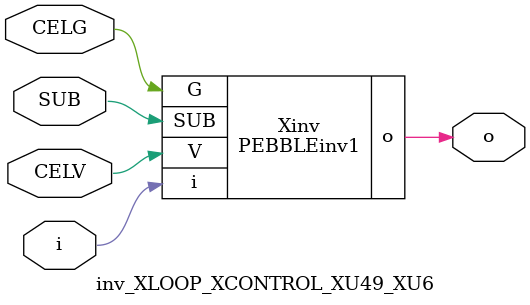
<source format=v>



module PEBBLEinv1 ( o, G, SUB, V, i );

  input V;
  input i;
  input G;
  output o;
  input SUB;
endmodule

//Celera Confidential Do Not Copy inv_XLOOP_XCONTROL_XU49_XU6
//Celera Confidential Symbol Generator
//5V Inverter
module inv_XLOOP_XCONTROL_XU49_XU6 (CELV,CELG,i,o,SUB);
input CELV;
input CELG;
input i;
input SUB;
output o;

//Celera Confidential Do Not Copy inv
PEBBLEinv1 Xinv(
.V (CELV),
.i (i),
.o (o),
.SUB (SUB),
.G (CELG)
);
//,diesize,PEBBLEinv1

//Celera Confidential Do Not Copy Module End
//Celera Schematic Generator
endmodule

</source>
